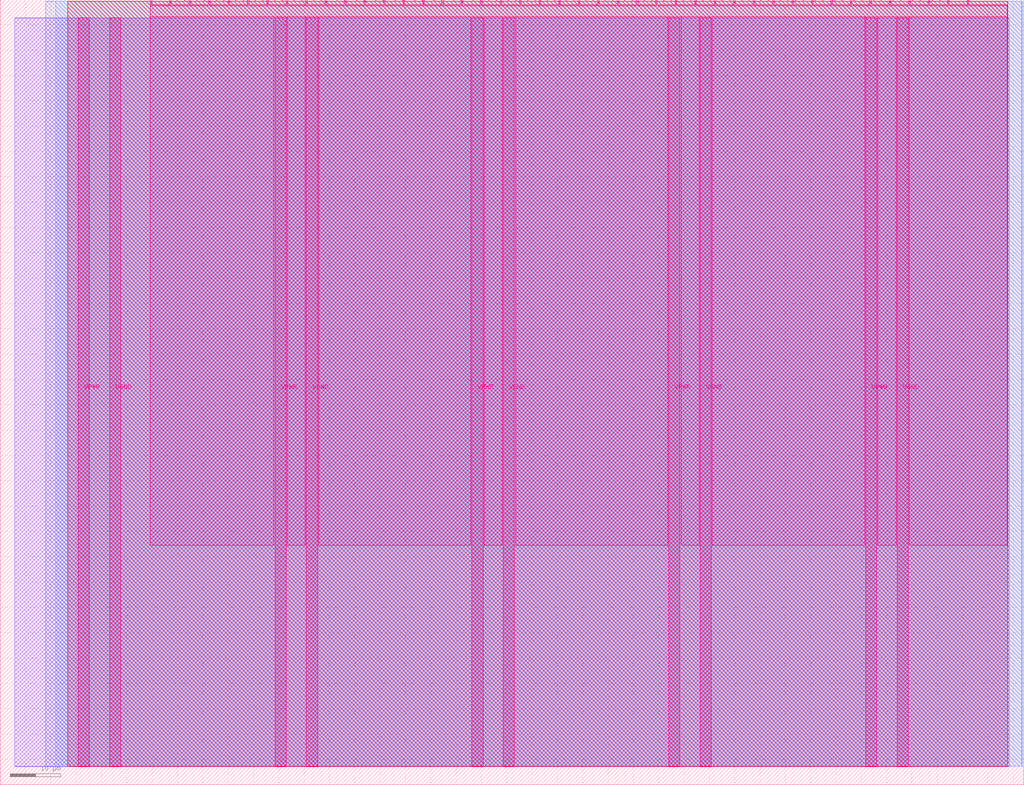
<source format=lef>
VERSION 5.7 ;
  NOWIREEXTENSIONATPIN ON ;
  DIVIDERCHAR "/" ;
  BUSBITCHARS "[]" ;
MACRO tt_um_uart_mvm
  CLASS BLOCK ;
  FOREIGN tt_um_uart_mvm ;
  ORIGIN 0.000 0.000 ;
  SIZE 202.080 BY 154.980 ;
  PIN VGND
    DIRECTION INOUT ;
    USE GROUND ;
    PORT
      LAYER Metal5 ;
        RECT 21.580 3.560 23.780 151.420 ;
    END
    PORT
      LAYER Metal5 ;
        RECT 60.450 3.560 62.650 151.420 ;
    END
    PORT
      LAYER Metal5 ;
        RECT 99.320 3.560 101.520 151.420 ;
    END
    PORT
      LAYER Metal5 ;
        RECT 138.190 3.560 140.390 151.420 ;
    END
    PORT
      LAYER Metal5 ;
        RECT 177.060 3.560 179.260 151.420 ;
    END
  END VGND
  PIN VPWR
    DIRECTION INOUT ;
    USE POWER ;
    PORT
      LAYER Metal5 ;
        RECT 15.380 3.560 17.580 151.420 ;
    END
    PORT
      LAYER Metal5 ;
        RECT 54.250 3.560 56.450 151.420 ;
    END
    PORT
      LAYER Metal5 ;
        RECT 93.120 3.560 95.320 151.420 ;
    END
    PORT
      LAYER Metal5 ;
        RECT 131.990 3.560 134.190 151.420 ;
    END
    PORT
      LAYER Metal5 ;
        RECT 170.860 3.560 173.060 151.420 ;
    END
  END VPWR
  PIN clk
    DIRECTION INPUT ;
    USE SIGNAL ;
    ANTENNAGATEAREA 0.213200 ;
    PORT
      LAYER Metal5 ;
        RECT 187.050 153.980 187.350 154.980 ;
    END
  END clk
  PIN ena
    DIRECTION INPUT ;
    USE SIGNAL ;
    PORT
      LAYER Metal5 ;
        RECT 190.890 153.980 191.190 154.980 ;
    END
  END ena
  PIN rst_n
    DIRECTION INPUT ;
    USE SIGNAL ;
    ANTENNAGATEAREA 0.314600 ;
    PORT
      LAYER Metal5 ;
        RECT 183.210 153.980 183.510 154.980 ;
    END
  END rst_n
  PIN ui_in[0]
    DIRECTION INPUT ;
    USE SIGNAL ;
    ANTENNAGATEAREA 0.213200 ;
    PORT
      LAYER Metal5 ;
        RECT 179.370 153.980 179.670 154.980 ;
    END
  END ui_in[0]
  PIN ui_in[1]
    DIRECTION INPUT ;
    USE SIGNAL ;
    PORT
      LAYER Metal5 ;
        RECT 175.530 153.980 175.830 154.980 ;
    END
  END ui_in[1]
  PIN ui_in[2]
    DIRECTION INPUT ;
    USE SIGNAL ;
    PORT
      LAYER Metal5 ;
        RECT 171.690 153.980 171.990 154.980 ;
    END
  END ui_in[2]
  PIN ui_in[3]
    DIRECTION INPUT ;
    USE SIGNAL ;
    PORT
      LAYER Metal5 ;
        RECT 167.850 153.980 168.150 154.980 ;
    END
  END ui_in[3]
  PIN ui_in[4]
    DIRECTION INPUT ;
    USE SIGNAL ;
    PORT
      LAYER Metal5 ;
        RECT 164.010 153.980 164.310 154.980 ;
    END
  END ui_in[4]
  PIN ui_in[5]
    DIRECTION INPUT ;
    USE SIGNAL ;
    PORT
      LAYER Metal5 ;
        RECT 160.170 153.980 160.470 154.980 ;
    END
  END ui_in[5]
  PIN ui_in[6]
    DIRECTION INPUT ;
    USE SIGNAL ;
    PORT
      LAYER Metal5 ;
        RECT 156.330 153.980 156.630 154.980 ;
    END
  END ui_in[6]
  PIN ui_in[7]
    DIRECTION INPUT ;
    USE SIGNAL ;
    PORT
      LAYER Metal5 ;
        RECT 152.490 153.980 152.790 154.980 ;
    END
  END ui_in[7]
  PIN uio_in[0]
    DIRECTION INPUT ;
    USE SIGNAL ;
    PORT
      LAYER Metal5 ;
        RECT 148.650 153.980 148.950 154.980 ;
    END
  END uio_in[0]
  PIN uio_in[1]
    DIRECTION INPUT ;
    USE SIGNAL ;
    PORT
      LAYER Metal5 ;
        RECT 144.810 153.980 145.110 154.980 ;
    END
  END uio_in[1]
  PIN uio_in[2]
    DIRECTION INPUT ;
    USE SIGNAL ;
    PORT
      LAYER Metal5 ;
        RECT 140.970 153.980 141.270 154.980 ;
    END
  END uio_in[2]
  PIN uio_in[3]
    DIRECTION INPUT ;
    USE SIGNAL ;
    PORT
      LAYER Metal5 ;
        RECT 137.130 153.980 137.430 154.980 ;
    END
  END uio_in[3]
  PIN uio_in[4]
    DIRECTION INPUT ;
    USE SIGNAL ;
    PORT
      LAYER Metal5 ;
        RECT 133.290 153.980 133.590 154.980 ;
    END
  END uio_in[4]
  PIN uio_in[5]
    DIRECTION INPUT ;
    USE SIGNAL ;
    PORT
      LAYER Metal5 ;
        RECT 129.450 153.980 129.750 154.980 ;
    END
  END uio_in[5]
  PIN uio_in[6]
    DIRECTION INPUT ;
    USE SIGNAL ;
    PORT
      LAYER Metal5 ;
        RECT 125.610 153.980 125.910 154.980 ;
    END
  END uio_in[6]
  PIN uio_in[7]
    DIRECTION INPUT ;
    USE SIGNAL ;
    PORT
      LAYER Metal5 ;
        RECT 121.770 153.980 122.070 154.980 ;
    END
  END uio_in[7]
  PIN uio_oe[0]
    DIRECTION OUTPUT ;
    USE SIGNAL ;
    ANTENNADIFFAREA 0.299200 ;
    PORT
      LAYER Metal5 ;
        RECT 56.490 153.980 56.790 154.980 ;
    END
  END uio_oe[0]
  PIN uio_oe[1]
    DIRECTION OUTPUT ;
    USE SIGNAL ;
    ANTENNADIFFAREA 0.299200 ;
    PORT
      LAYER Metal5 ;
        RECT 52.650 153.980 52.950 154.980 ;
    END
  END uio_oe[1]
  PIN uio_oe[2]
    DIRECTION OUTPUT ;
    USE SIGNAL ;
    ANTENNADIFFAREA 0.299200 ;
    PORT
      LAYER Metal5 ;
        RECT 48.810 153.980 49.110 154.980 ;
    END
  END uio_oe[2]
  PIN uio_oe[3]
    DIRECTION OUTPUT ;
    USE SIGNAL ;
    ANTENNADIFFAREA 0.299200 ;
    PORT
      LAYER Metal5 ;
        RECT 44.970 153.980 45.270 154.980 ;
    END
  END uio_oe[3]
  PIN uio_oe[4]
    DIRECTION OUTPUT ;
    USE SIGNAL ;
    ANTENNADIFFAREA 0.299200 ;
    PORT
      LAYER Metal5 ;
        RECT 41.130 153.980 41.430 154.980 ;
    END
  END uio_oe[4]
  PIN uio_oe[5]
    DIRECTION OUTPUT ;
    USE SIGNAL ;
    ANTENNADIFFAREA 0.299200 ;
    PORT
      LAYER Metal5 ;
        RECT 37.290 153.980 37.590 154.980 ;
    END
  END uio_oe[5]
  PIN uio_oe[6]
    DIRECTION OUTPUT ;
    USE SIGNAL ;
    ANTENNADIFFAREA 0.299200 ;
    PORT
      LAYER Metal5 ;
        RECT 33.450 153.980 33.750 154.980 ;
    END
  END uio_oe[6]
  PIN uio_oe[7]
    DIRECTION OUTPUT ;
    USE SIGNAL ;
    ANTENNADIFFAREA 0.299200 ;
    PORT
      LAYER Metal5 ;
        RECT 29.610 153.980 29.910 154.980 ;
    END
  END uio_oe[7]
  PIN uio_out[0]
    DIRECTION OUTPUT ;
    USE SIGNAL ;
    ANTENNADIFFAREA 0.299200 ;
    PORT
      LAYER Metal5 ;
        RECT 87.210 153.980 87.510 154.980 ;
    END
  END uio_out[0]
  PIN uio_out[1]
    DIRECTION OUTPUT ;
    USE SIGNAL ;
    ANTENNADIFFAREA 0.299200 ;
    PORT
      LAYER Metal5 ;
        RECT 83.370 153.980 83.670 154.980 ;
    END
  END uio_out[1]
  PIN uio_out[2]
    DIRECTION OUTPUT ;
    USE SIGNAL ;
    ANTENNADIFFAREA 0.299200 ;
    PORT
      LAYER Metal5 ;
        RECT 79.530 153.980 79.830 154.980 ;
    END
  END uio_out[2]
  PIN uio_out[3]
    DIRECTION OUTPUT ;
    USE SIGNAL ;
    ANTENNADIFFAREA 0.299200 ;
    PORT
      LAYER Metal5 ;
        RECT 75.690 153.980 75.990 154.980 ;
    END
  END uio_out[3]
  PIN uio_out[4]
    DIRECTION OUTPUT ;
    USE SIGNAL ;
    ANTENNADIFFAREA 0.299200 ;
    PORT
      LAYER Metal5 ;
        RECT 71.850 153.980 72.150 154.980 ;
    END
  END uio_out[4]
  PIN uio_out[5]
    DIRECTION OUTPUT ;
    USE SIGNAL ;
    ANTENNADIFFAREA 0.299200 ;
    PORT
      LAYER Metal5 ;
        RECT 68.010 153.980 68.310 154.980 ;
    END
  END uio_out[5]
  PIN uio_out[6]
    DIRECTION OUTPUT ;
    USE SIGNAL ;
    ANTENNADIFFAREA 0.299200 ;
    PORT
      LAYER Metal5 ;
        RECT 64.170 153.980 64.470 154.980 ;
    END
  END uio_out[6]
  PIN uio_out[7]
    DIRECTION OUTPUT ;
    USE SIGNAL ;
    ANTENNADIFFAREA 0.299200 ;
    PORT
      LAYER Metal5 ;
        RECT 60.330 153.980 60.630 154.980 ;
    END
  END uio_out[7]
  PIN uo_out[0]
    DIRECTION OUTPUT ;
    USE SIGNAL ;
    ANTENNADIFFAREA 0.654800 ;
    PORT
      LAYER Metal5 ;
        RECT 117.930 153.980 118.230 154.980 ;
    END
  END uo_out[0]
  PIN uo_out[1]
    DIRECTION OUTPUT ;
    USE SIGNAL ;
    ANTENNADIFFAREA 0.299200 ;
    PORT
      LAYER Metal5 ;
        RECT 114.090 153.980 114.390 154.980 ;
    END
  END uo_out[1]
  PIN uo_out[2]
    DIRECTION OUTPUT ;
    USE SIGNAL ;
    ANTENNADIFFAREA 0.299200 ;
    PORT
      LAYER Metal5 ;
        RECT 110.250 153.980 110.550 154.980 ;
    END
  END uo_out[2]
  PIN uo_out[3]
    DIRECTION OUTPUT ;
    USE SIGNAL ;
    ANTENNADIFFAREA 0.299200 ;
    PORT
      LAYER Metal5 ;
        RECT 106.410 153.980 106.710 154.980 ;
    END
  END uo_out[3]
  PIN uo_out[4]
    DIRECTION OUTPUT ;
    USE SIGNAL ;
    ANTENNADIFFAREA 0.299200 ;
    PORT
      LAYER Metal5 ;
        RECT 102.570 153.980 102.870 154.980 ;
    END
  END uo_out[4]
  PIN uo_out[5]
    DIRECTION OUTPUT ;
    USE SIGNAL ;
    ANTENNADIFFAREA 0.299200 ;
    PORT
      LAYER Metal5 ;
        RECT 98.730 153.980 99.030 154.980 ;
    END
  END uo_out[5]
  PIN uo_out[6]
    DIRECTION OUTPUT ;
    USE SIGNAL ;
    ANTENNADIFFAREA 0.299200 ;
    PORT
      LAYER Metal5 ;
        RECT 94.890 153.980 95.190 154.980 ;
    END
  END uo_out[6]
  PIN uo_out[7]
    DIRECTION OUTPUT ;
    USE SIGNAL ;
    ANTENNADIFFAREA 0.299200 ;
    PORT
      LAYER Metal5 ;
        RECT 91.050 153.980 91.350 154.980 ;
    END
  END uo_out[7]
  OBS
      LAYER GatPoly ;
        RECT 2.880 3.630 199.200 151.350 ;
      LAYER Metal1 ;
        RECT 2.880 3.560 199.200 151.420 ;
      LAYER Metal2 ;
        RECT 8.975 3.680 201.745 154.660 ;
      LAYER Metal3 ;
        RECT 10.940 3.635 201.700 154.705 ;
      LAYER Metal4 ;
        RECT 13.295 3.680 198.865 154.660 ;
      LAYER Metal5 ;
        RECT 30.120 153.770 33.240 153.980 ;
        RECT 33.960 153.770 37.080 153.980 ;
        RECT 37.800 153.770 40.920 153.980 ;
        RECT 41.640 153.770 44.760 153.980 ;
        RECT 45.480 153.770 48.600 153.980 ;
        RECT 49.320 153.770 52.440 153.980 ;
        RECT 53.160 153.770 56.280 153.980 ;
        RECT 57.000 153.770 60.120 153.980 ;
        RECT 60.840 153.770 63.960 153.980 ;
        RECT 64.680 153.770 67.800 153.980 ;
        RECT 68.520 153.770 71.640 153.980 ;
        RECT 72.360 153.770 75.480 153.980 ;
        RECT 76.200 153.770 79.320 153.980 ;
        RECT 80.040 153.770 83.160 153.980 ;
        RECT 83.880 153.770 87.000 153.980 ;
        RECT 87.720 153.770 90.840 153.980 ;
        RECT 91.560 153.770 94.680 153.980 ;
        RECT 95.400 153.770 98.520 153.980 ;
        RECT 99.240 153.770 102.360 153.980 ;
        RECT 103.080 153.770 106.200 153.980 ;
        RECT 106.920 153.770 110.040 153.980 ;
        RECT 110.760 153.770 113.880 153.980 ;
        RECT 114.600 153.770 117.720 153.980 ;
        RECT 118.440 153.770 121.560 153.980 ;
        RECT 122.280 153.770 125.400 153.980 ;
        RECT 126.120 153.770 129.240 153.980 ;
        RECT 129.960 153.770 133.080 153.980 ;
        RECT 133.800 153.770 136.920 153.980 ;
        RECT 137.640 153.770 140.760 153.980 ;
        RECT 141.480 153.770 144.600 153.980 ;
        RECT 145.320 153.770 148.440 153.980 ;
        RECT 149.160 153.770 152.280 153.980 ;
        RECT 153.000 153.770 156.120 153.980 ;
        RECT 156.840 153.770 159.960 153.980 ;
        RECT 160.680 153.770 163.800 153.980 ;
        RECT 164.520 153.770 167.640 153.980 ;
        RECT 168.360 153.770 171.480 153.980 ;
        RECT 172.200 153.770 175.320 153.980 ;
        RECT 176.040 153.770 179.160 153.980 ;
        RECT 179.880 153.770 183.000 153.980 ;
        RECT 183.720 153.770 186.840 153.980 ;
        RECT 187.560 153.770 190.680 153.980 ;
        RECT 191.400 153.770 198.820 153.980 ;
        RECT 29.660 151.630 198.820 153.770 ;
        RECT 29.660 47.315 54.040 151.630 ;
        RECT 56.660 47.315 60.240 151.630 ;
        RECT 62.860 47.315 92.910 151.630 ;
        RECT 95.530 47.315 99.110 151.630 ;
        RECT 101.730 47.315 131.780 151.630 ;
        RECT 134.400 47.315 137.980 151.630 ;
        RECT 140.600 47.315 170.650 151.630 ;
        RECT 173.270 47.315 176.850 151.630 ;
        RECT 179.470 47.315 198.820 151.630 ;
  END
END tt_um_uart_mvm
END LIBRARY


</source>
